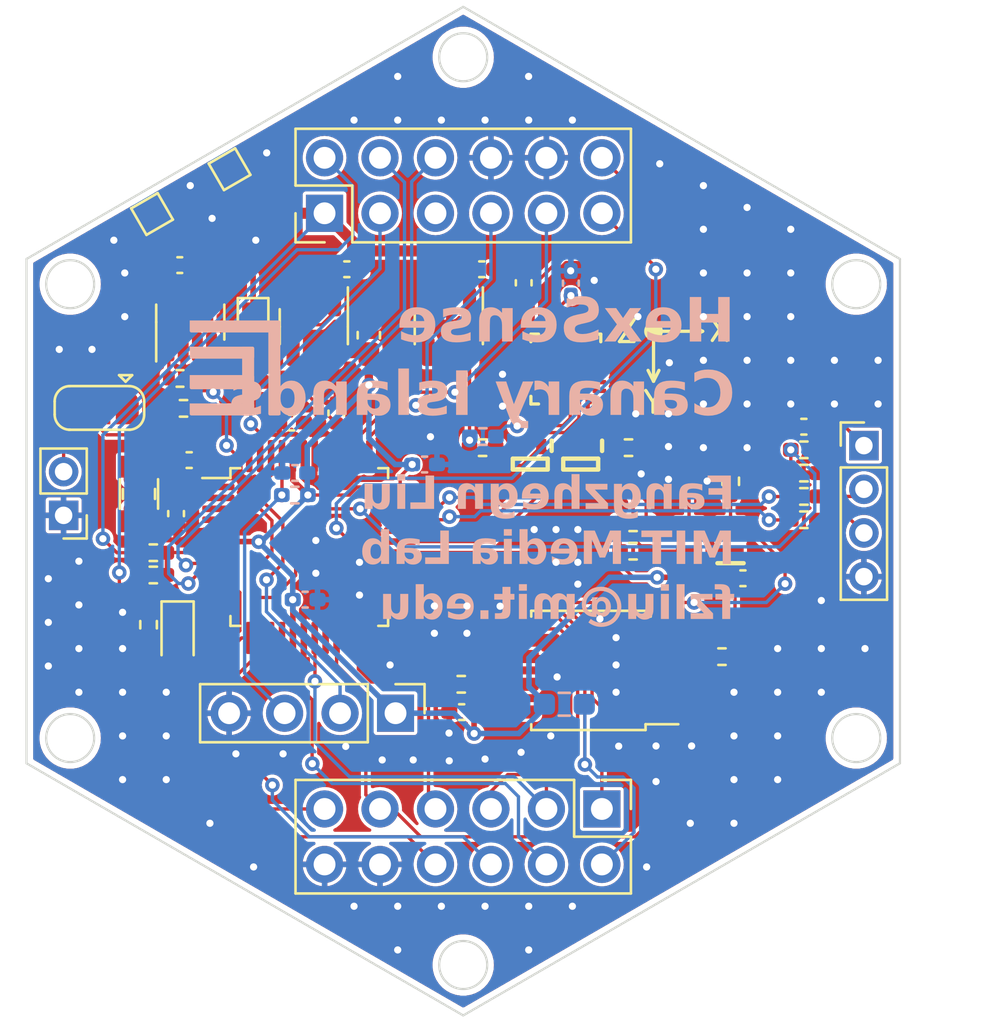
<source format=kicad_pcb>
(kicad_pcb (version 20241229) (generator "pcbnew") (generator_version "9.0")
  (layers (0 "F.Cu" signal) (2 "B.Cu" signal) (13 "F.Paste" user) (15 "B.Paste" user) (5 "F.SilkS" user "F.Silkscreen") (7 "B.SilkS" user "B.Silkscreen") (1 "F.Mask" user) (3 "B.Mask" user) (25 "Edge.Cuts" user))
  (net 0 "")
  (net 1 "GND")
  (net 2 "VCC")
  (net 3 "+5V")
  (net 4 "/VBAT")
  (net 5 "/SDA")
  (net 6 "/SCL")
  (net 7 "/A1")
  (net 8 "/MOSI")
  (net 9 "/D11")
  (net 10 "/MISO")
  (net 11 "/D6")
  (net 12 "/SCK")
  (net 13 "/D2")
  (net 14 "/RXD")
  (net 15 "/SWDCLK")
  (net 16 "/SWDIO")
  (net 17 "/~{RESET}")
  (net 18 "Net-(U2-PA00)")
  (net 19 "Net-(JP1-A)")
  (net 20 "/USB+")
  (net 21 "/USB-")
  (net 22 "/A5")
  (net 23 "Net-(U2-PA01)")
  (net 24 "Net-(U2-VDDCORE)")
  (net 25 "Net-(D1-K)")
  (net 26 "/D5")
  (net 27 "Net-(J5-Pin_2)")
  (net 28 "Net-(J6-Pin_2)")
  (net 29 "Net-(J6-Pin_3)")
  (net 30 "Net-(JP1-C)")
  (net 31 "/A2")
  (net 32 "Net-(U1-~{HOLD})")
  (net 33 "Net-(U1-~{WP})")
  (net 34 "/D7")
  (net 35 "/A0")
  (net 37 "/A3")
  (net 38 "/A4")
  (net 39 "/D13")
  (net 41 "/TXD")
  (net 42 "/D8")
  (net 43 "/D9")
  (net 44 "/D4")
  (net 45 "/D3")
  (net 46 "/D1")
  (net 47 "/D0")
  (net 49 "/D10")
  (net 50 "/D12")
  (net 52 "+1V8")
  (net 53 "/1V8_EN")
  (net 69 "Net-(U5-~{CS})")
  (net 70 "/SDA_1V8")
  (net 71 "/SCL_1V8")
  (net 72 "/RXLED")
  (net 73 "/MPPT_EN")
  (net 74 "Net-(U5-REGOUT)")
  (net 75 "/VBUS")
  (footprint "Capacitor_SMD:C_0402_1005Metric_Pad0.74x0.62mm_HandSolder" (layer "F.Cu") (at 165.76 96.238621 180)
    (property "Reference" "C7" (hide yes))
    (property "Value" "0.01uF")
  )
  (footprint "Resistor_SMD:R_0402_1005Metric_Pad0.72x0.64mm_HandSolder" (layer "F.Cu") (at 165.76 98.363621)
    (property "Reference" "R15" (hide yes))
    (property "Value" "499K")
  )
  (footprint "Resistor_SMD:R_0402_1005Metric_Pad0.72x0.64mm_HandSolder" (layer "F.Cu") (at 165.76 100.498621)
    (property "Reference" "R6" (hide yes))
    (property "Value" "27")
  )
  (footprint "Package_TO_SOT_SMD:TSOT-23-5" (layer "F.Cu") (at 143.3175 91.658621 -90)
    (property "Reference" "U4" (hide yes))
    (property "Value" "ADP160AUJZ-3.3-R7")
  )
  (footprint "Resistor_SMD:R_0402_1005Metric_Pad0.72x0.64mm_HandSolder" (layer "F.Cu") (at 135.9675 103.028621 180)
    (property "Reference" "R8" (hide yes))
    (property "Value" "499K")
  )
  (footprint "Connector_PinHeader_2.54mm:PinHeader_2x06_P2.54mm_Vertical" (layer "F.Cu") (at 143.81 86.465599 90)
    (property "Reference" "J1" (hide yes))
    (property "Value" "Conn_02x06_Odd_Even" (hide yes))
  )
  (footprint "Resistor_SMD:R_0402_1005Metric_Pad0.72x0.64mm_HandSolder" (layer "F.Cu") (at 165.76 97.296121 180)
    (property "Reference" "R14" (hide yes))
    (property "Value" "499K")
  )
  (footprint "Crystal:Crystal_SMD_3215-2Pin_3.2x1.5mm" (layer "F.Cu") (at 135.31 99.318621 -90)
    (property "Reference" "Y1" (hide yes))
    (property "Value" "32KHz")
  )
  (footprint "Package_TO_SOT_SMD:TSOT-23-5" (layer "F.Cu") (at 149.5 91.658621 -90)
    (property "Reference" "U6" (hide yes))
    (property "Value" "ADP160AUJZ-1.8")
  )
  (footprint "Capacitor_SMD:C_0603_1608Metric_Pad1.08x0.95mm_HandSolder" (layer "F.Cu") (at 145.8375 92.048621 -90)
    (property "Reference" "C9" (hide yes))
    (property "Value" "10uF")
  )
  (footprint "Resistor_SMD:R_0402_1005Metric_Pad0.72x0.64mm_HandSolder" (layer "F.Cu") (at 150.07 108.033621 180)
    (property "Reference" "R12" (hide yes))
    (property "Value" "10K")
  )
  (footprint "Capacitor_SMD:C_0402_1005Metric_Pad0.74x0.62mm_HandSolder" (layer "F.Cu") (at 162.97 103.178621)
    (property "Reference" "C1" (hide yes))
    (property "Value" "0.01uF")
  )
  (footprint "Capacitor_SMD:C_0402_1005Metric_Pad0.74x0.62mm_HandSolder" (layer "F.Cu") (at 137.01 100.218621 90)
    (property "Reference" "C4" (hide yes))
    (property "Value" "18pF")
  )
  (footprint "Package_TO_SOT_SMD:SOT-23-8" (layer "F.Cu") (at 137.66 91.448621 90)
    (property "Reference" "U3" (hide yes))
    (property "Value" "MAX6372")
  )
  (footprint "Connector_PinHeader_2.54mm:PinHeader_2x06_P2.54mm_Vertical" (layer "F.Cu") (at 156.51 113.743621 -90)
    (property "Reference" "J2" (hide yes))
    (property "Value" "Conn_02x06_Odd_Even")
  )
  (footprint "Resistor_SMD:R_0402_1005Metric" (layer "F.Cu") (at 137.19 94.028621)
    (property "Reference" "R4" (hide yes))
    (property "Value" "10K")
  )
  (footprint "Resistor_SMD:R_0402_1005Metric_Pad0.72x0.64mm_HandSolder" (layer "F.Cu") (at 157.94 100.638621 180)
    (property "Reference" "R1" (hide yes))
    (property "Value" "4.7K")
  )
  (footprint "TestPoint:TestPoint_Pad_1.0x1.0mm" (layer "F.Cu") (at 139.46 84.448621 30)
    (property "Reference" "TP3" (hide yes))
    (property "Value" "BAT_TP")
  )
  (footprint "Resistor_SMD:R_0805_2012Metric_Pad1.20x1.40mm_HandSolder" (layer "F.Cu") (at 135.31 99.318621 90)
    (property "Reference" "R19" (hide yes))
    (property "Value" "PH")
  )
  (footprint "Capacitor_SMD:C_0402_1005Metric" (layer "F.Cu") (at 144.35 95.608621 90)
    (property "Reference" "C13" (hide yes))
    (property "Value" "10pF")
  )
  (footprint "Package_QFP:TQFP-48_7x7mm_P0.5mm" (layer "F.Cu") (at 143.11 101.748621)
    (property "Reference" "U2" (hide yes))
    (property "Value" "ATSAMD21G18A-A")
  )
  (footprint "Capacitor_SMD:C_0402_1005Metric_Pad0.74x0.62mm_HandSolder" (layer "F.Cu") (at 152.93 89.648621 90)
    (property "Reference" "C11" (hide yes))
    (property "Value" "0.1uF")
  )
  (footprint "Resistor_SMD:R_0402_1005Metric_Pad0.72x0.64mm_HandSolder" (layer "F.Cu") (at 162.01 106.768621)
    (property "Reference" "R13" (hide yes))
    (property "Value" "10K")
  )
  (footprint "Capacitor_SMD:C_0402_1005Metric_Pad0.74x0.62mm_HandSolder" (layer "F.Cu") (at 150.09 109.308621 180)
    (property "Reference" "C3" (hide yes))
    (property "Value" "0.01uF")
  )
  (footprint "Resistor_SMD:R_0402_1005Metric_Pad0.72x0.64mm_HandSolder" (layer "F.Cu") (at 162.41 98.738621 -90)
    (property "Reference" "R3" (hide yes))
    (property "Value" "10K")
  )
  (footprint "Connector_PinHeader_2.54mm:PinHeader_1x04_P2.54mm_Vertical" (layer "F.Cu") (at 147.06 109.358621 -90)
    (property "Reference" "J4" (hide yes))
    (property "Value" "Conn_01x04_Pin")
  )
  (footprint "SamacSys_Parts:SOTFL50P160X60-3N" (layer "F.Cu") (at 153.23 97.950621 -90)
    (property "Reference" "Q2" (hide yes))
    (property "Value" "PJE8408_R1_00001" (hide yes))
  )
  (footprint "Resistor_SMD:R_0402_1005Metric_Pad0.72x0.64mm_HandSolder" (layer "F.Cu") (at 157.73 97.198621)
    (property "Reference" "R18" (hide yes))
    (property "Value" "10K")
  )
  (footprint "Sensor_Motion:InvenSense_QFN-24_3x3mm_P0.4mm" (layer "F.Cu") (at 154.86 93.598621 180)
    (property "Reference" "U5" (hide yes))
    (property "Value" "ICM-20948")
  )
  (footprint "Resistor_SMD:R_0402_1005Metric_Pad0.72x0.64mm_HandSolder" (layer "F.Cu") (at 135.75 105.306121 -90)
    (property "Reference" "R11" (hide yes))
    (property "Value" "330")
  )
  (footprint "Resistor_SMD:R_0402_1005Metric_Pad0.72x0.64mm_HandSolder" (layer "F.Cu") (at 157.94 101.938621 180)
    (property "Reference" "R2" (hide yes))
    (property "Value" "4.7K")
  )
  (footprint "SamacSys_Parts:SOT65P210X100-6N" (layer "F.Cu") (at 161.4525 101.288621 180)
    (property "Reference" "IC2" (hide yes))
    (property "Value" "LTC4311CSC6#TRPBF" (hide yes))
  )
  (footprint "Capacitor_SMD:C_0402_1005Metric_Pad0.74x0.62mm_HandSolder" (layer "F.Cu") (at 137.61 97.768621 180)
    (property "Reference" "C2" (hide yes))
    (property "Value" "18pF")
  )
  (footprint "Capacitor_SMD:C_0402_1005Metric" (layer "F.Cu") (at 137.18 88.838621)
    (property "Reference" "C10" (hide yes))
    (property "Value" "0.1uF")
  )
  (footprint "Jumper:SolderJumper-3_P1.3mm_Open_RoundedPad1.0x1.5mm" (layer "F.Cu") (at 133.5 95.378621 180)
    (property "Reference" "JP1" (hide yes))
    (property "Value" "RST Jumper")
  )
  (footprint "TestPoint:TestPoint_Pad_1.0x1.0mm" (layer "F.Cu") (at 135.91 86.498621 30)
    (property "Reference" "TP2" (hide yes))
    (property "Value" "BAT_TP")
  )
  (footprint "SamacSys_Parts:SOTFL50P160X60-3N" (layer "F.Cu") (at 155.54 97.950621 -90)
    (property "Reference" "Q1" (hide yes))
    (property "Value" "PJE8408_R1_00001" (hide yes))
  )
  (footprint "Resistor_SMD:R_0402_1005Metric_Pad0.72x0.64mm_HandSolder" (layer "F.Cu") (at 137.35 95.398621)
    (property "Reference" "R9" (hide yes))
    (property "Value" "330")
  )
  (footprint "Connector_PinHeader_2.00mm:PinHeader_1x04_P2.00mm_Vertical" (layer "F.Cu") (at 168.51 97.10461)
    (property "Reference" "J6" (hide yes))
    (property "Value" "Conn_01x04_Pin")
  )
  (footprint "Capacitor_SMD:C_0402_1005Metric_Pad0.74x0.62mm_HandSolder" (layer "F.Cu") (at 144.83 89.028621)
    (property "Reference" "C8" (hide yes))
    (property "Value" "0.1uF")
  )
  (footprint "Resistor_SMD:R_0402_1005Metric_Pad0.72x0.64mm_HandSolder" (layer "F.Cu") (at 165.76 99.431121)
    (property "Reference" "R5" (hide yes))
    (property "Value" "27")
  )
  (footprint "TestPoint:TestPoint_Pad_1.0x1.0mm" (layer "F.Cu") (at 140.5375 91.048621)
    (property "Reference" "TP1" (hide yes))
    (property "Value" "BAT_TP")
  )
  (footprint "Resistor_SMD:R_0402_1005Metric_Pad0.72x0.64mm_HandSolder" (layer "F.Cu") (at 151.0475 97.198621 180)
    (property "Reference" "R17" (hide yes))
    (property "Value" "10K")
  )
  (footprint "Package_SO:SSOP-8_5.25x5.24mm_P1.27mm" (layer "F.Cu") (at 156.01 107.398621 180)
    (property "Reference" "U1" (hide yes))
    (property "Value" "MB85RS2MTAPNF-G-BDERE1")
  )
  (footprint "Resistor_SMD:R_0402_1005Metric_Pad0.72x0.64mm_HandSolder" (layer "F.Cu") (at 135.9675 102.008621)
    (property "Reference" "R7" (hide yes))
    (property "Value" "499K")
  )
  (footprint "Capacitor_SMD:C_0402_1005Metric_Pad0.74x0.62mm_HandSolder" (layer "F.Cu") (at 142.3 96.048621)
    (property "Reference" "C12" (hide yes))
    (property "Value" "1uF")
  )
  (footprint "LED_SMD:LED_0603_1608Metric_Pad1.05x0.95mm_HandSolder" (layer "F.Cu") (at 137.08 105.901121 -90)
    (property "Reference" "D1" (hide yes))
    (property "Value" "RED")
  )
  (footprint "Capacitor_SMD:C_0402_1005Metric_Pad0.74x0.62mm_HandSolder" (layer "F.Cu") (at 151.01 89.028621)
    (property "Reference" "C14" (hide yes))
    (property "Value" "0.1uF")
  )
  (footprint "Connector_PinHeader_2.00mm:PinHeader_1x02_P2.00mm_Vertical" (layer "F.Cu") (at 131.86 100.298621 180)
    (property "Reference" "J5" (hide yes))
    (property "Value" "RESET")
  )
  (footprint "Capacitor_SMD:C_0402_1005Metric_Pad0.74x0.62mm_HandSolder" (layer "B.Cu") (at 142.92 104.158621 180)
    (property "Reference" "C6" (hide yes))
    (property "Value" "0.1uF")
  )
  (footprint "Capacitor_SMD:C_0402_1005Metric_Pad0.74x0.62mm_HandSolder" (layer "B.Cu") (at 148.39 97.968621 180)
    (property "Reference" "C5" (hide yes))
    (property "Value" "1uF")
  )
  (footprint "Resistor_SMD:R_0402_1005Metric_Pad0.72x0.64mm_HandSolder" (layer "B.Cu") (at 151.06 96.688621 180)
    (property "Reference" "R21" (hide yes))
    (property "Value" "10K")
  )
  (footprint "Capacitor_SMD:C_0402_1005Metric_Pad0.74x0.62mm_HandSolder" (layer "B.Cu") (at 155.09 89.668621 90)
    (property "Reference" "C16" (hide yes))
    (property "Value" "0.1uF")
  )
  (footprint "Resistor_SMD:R_0402_1005Metric_Pad0.72x0.64mm_HandSolder" (layer "B.Cu") (at 142.45 99.368621)
    (property "Reference" "R10" (hide yes))
    (property "Value" "10k")
  )
  (footprint "Capacitor_SMD:C_0402_1005Metric_Pad0.74x0.62mm_HandSolder" (layer "B.Cu") (at 142.45 98.358621)
    (property "Reference" "C15" (hide yes))
    (property "Value" "0.1uF")
  )
  (footprint "Resistor_SMD:R_0603_1608Metric_Pad0.98x0.95mm_HandSolder" (layer "B.Cu") (at 154.7875 108.948621)
    (property "Reference" "R20" (hide yes))
    (property "Value" "10K")
  )
  (gr_line (start 158.875 94.158621) (end 159.125 93.658621) (stroke (width 0.15)) (layer "F.SilkS"))
  (gr_line (start 161.125 91.868621) (end 160.625 92.118621) (stroke (width 0.15)) (layer "F.SilkS"))
  (gr_circle (center 158.875 91.868621) (end 159.228553 91.868621) (stroke (width 0.15)) (fill yes) (layer "F.SilkS"))
  (gr_line (start 158.875 91.868621) (end 158.875 94.158621) (stroke (width 0.15)) (layer "F.SilkS"))
  (gr_line (start 158.875 91.868621) (end 161.125 91.868621) (stroke (width 0.15)) (layer "F.SilkS"))
  (gr_line (start 158.875 94.158621) (end 158.625 93.658621) (stroke (width 0.15)) (layer "F.SilkS"))
  (gr_line (start 161.125 91.868621) (end 160.625 91.618621) (stroke (width 0.15)) (layer "F.SilkS"))
  (gr_rect (start 141.31 91.848621) (end 141.71 95.648621) (stroke (width 0.15)) (fill yes) (layer "B.SilkS"))
  (gr_rect (start 137.71 91.448621) (end 141.71 91.848621) (stroke (width 0.15)) (fill yes) (layer "B.SilkS"))
  (gr_rect (start 140.11 92.648621) (end 140.51 95.648621) (stroke (width 0.15)) (fill yes) (layer "B.SilkS"))
  (gr_rect (start 137.71 95.248621) (end 140.51 95.648621) (stroke (width 0.15)) (fill yes) (layer "B.SilkS"))
  (gr_rect (start 137.71 92.648621) (end 140.51 93.048621) (stroke (width 0.15)) (fill yes) (layer "B.SilkS"))
  (gr_rect (start 137.71 93.948621) (end 140.51 94.448621) (stroke (width 0.15)) (fill yes) (layer "B.SilkS"))
  (gr_line (start 130.16 88.557605) (end 130.16 111.651615) (stroke (width 0.1)) (layer "Edge.Cuts"))
  (gr_circle (center 168.16 110.496915) (end 169.26 110.496915) (stroke (width 0.1)) (fill no) (layer "Edge.Cuts"))
  (gr_line (start 130.16 111.651615) (end 150.16 123.198621) (stroke (width 0.1)) (layer "Edge.Cuts"))
  (gr_circle (center 168.16 89.712305) (end 169.26 89.712305) (stroke (width 0.1)) (fill no) (layer "Edge.Cuts"))
  (gr_circle (center 132.16 89.712305) (end 133.26 89.712305) (stroke (width 0.1)) (fill no) (layer "Edge.Cuts"))
  (gr_line (start 150.16 77.010599) (end 130.16 88.557605) (stroke (width 0.1)) (layer "Edge.Cuts"))
  (gr_line (start 170.16 88.557605) (end 150.16 77.010599) (stroke (width 0.1)) (layer "Edge.Cuts"))
  (gr_circle (center 150.16 79.32) (end 151.26 79.32) (stroke (width 0.1)) (fill no) (layer "Edge.Cuts"))
  (gr_circle (center 150.16 120.88922) (end 151.26 120.88922) (stroke (width 0.1)) (fill no) (layer "Edge.Cuts"))
  (gr_line (start 170.16 111.651615) (end 170.16 88.557605) (stroke (width 0.1)) (layer "Edge.Cuts"))
  (gr_line (start 150.16 123.198621) (end 170.16 111.651615) (stroke (width 0.1)) (layer "Edge.Cuts"))
  (gr_circle (center 132.16 110.496915) (end 133.26 110.496915) (stroke (width 0.1)) (fill no) (layer "Edge.Cuts"))
  (gr_text "Z" (at 157.075 92.468621 0) (layer "F.SilkS") (effects (font (size 1 1)) (justify left bottom)))
  (gr_text "Y" (at 158.325 95.708621 0) (layer "F.SilkS") (effects (font (size 1 1)) (justify left bottom)))
  (gr_text "X" (at 161.325 92.418621 0) (layer "F.SilkS") (effects (font (size 1 1)) (justify left bottom)))
  (gr_text "Fangzhegn Liu\nMIT Media Lab\nfzliu@mit.edu" (at 162.61 105.298621 0) (layer "B.SilkS") (effects (font (size 1.5 1.5) (thickness 0.3) (bold yes)) (justify left bottom mirror)))
  (gr_text "HexSense\nCanary Islands" (at 162.62 96.038621 0) (layer "B.SilkS") (effects (font (size 2 2) (thickness 0.5) (bold yes)) (justify left bottom mirror)))
  (segment (start 154.26 92.061121) (end 154.26 92.448621) (width 0.1524) (layer "F.Cu") (net 1))
  (segment (start 154.26 92.448621) (end 154.44 92.628621) (width 0.1524) (layer "F.Cu") (net 1))
  (segment (start 160.5025 101.288621) (end 162.4025 101.288621) (width 0.254) (layer "F.Cu") (net 1))
  (segment (start 155.06 92.488621) (end 154.92 92.628621) (width 0.1524) (layer "F.Cu") (net 1))
  (segment (start 154.44 92.628621) (end 154.92 92.628621) (width 0.1524) (layer "F.Cu") (net 1))
  (segment (start 155.06 92.061121) (end 155.06 92.488621) (width 0.1524) (layer "F.Cu") (net 1))
  (via (at 164.56 108.398621) (size 0.6604) (drill 0.3302) (layers "F.Cu" "B.Cu") (net 1))
  (via (at 146.45 111.498621) (size 0.6604) (drill 0.3302) (layers "F.Cu" "B.Cu") (net 1))
  (via (at 160.56 114.398621) (size 0.6604) (drill 0.3302) (layers "F.Cu" "B.Cu") (net 1))
  (via (at 164.56 110.398621) (size 0.6604) (drill 0.3302) (layers "F.Cu" "B.Cu") (net 1))
  (via (at 146.81 107.148621) (size 0.6604) (drill 0.3302) (layers "F.Cu" "B.Cu") (net 1))
  (via (at 159.56 98.648621) (size 0.6604) (drill 0.3302) (layers "F.Cu" "B.Cu") (net 1))
  (via (at 147.87 111.498621) (size 0.6604) (drill 0.3302) (layers "F.Cu" "B.Cu") (net 1))
  (via (at 157.28 110.868621) (size 0.6604) (drill 0.3302) (layers "F.Cu" "B.Cu") (net 1))
  (via (at 158.99 110.858621) (size 0.6604) (drill 0.3302) (layers "F.Cu" "B.Cu") (net 1))
  (via (at 151.16 82.198621) (size 0.6604) (drill 0.3302) (layers "F.Cu" "B.Cu") (net 1))
  (via (at 151.16 111.458621) (size 0.6604) (drill 0.3302) (layers "F.Cu" "B.Cu") (net 1))
  (via (at 149.16 118.198621) (size 0.6604) (drill 0.3302) (layers "F.Cu" "B.Cu") (net 1))
  (via (at 145.41 102.448621) (size 0.6604) (drill 0.3302) (layers "F.Cu" "B.Cu") (net 1))
  (via (at 164.56 112.398621) (size 0.6604) (drill 0.3302) (layers "F.Cu" "B.Cu") (net 1))
  (via (at 138.66 86.698621) (size 0.6604) (drill 0.3302) (layers "F.Cu" "B.Cu") (net 1))
  (via (at 155.41 103.448621) (size 0.6604) (drill 0.3302) (layers "F.Cu" "B.Cu") (net 1))
  (via (at 154.41 100.948621) (size 0.6604) (drill 0.3302) (layers "F.Cu" "B.Cu") (net 1))
  (via (at 157.16 107.148621) (size 0.6604) (drill 0.3302) (layers "F.Cu" "B.Cu") (net 1))
  (via (at 159.56 95.648621) (size 0.6604) (drill 0.3302) (layers "F.Cu" "B.Cu") (net 1))
  (via (at 154.17 110.398621) (size 0.6604) (drill 0.3302) (layers "F.Cu" "B.Cu") (net 1))
  (via (at 138.56 114.398621) (size 0.6604) (drill 0.3302) (layers "F.Cu" "B.Cu") (net 1))
  (via (at 155.16 118.198621) (size 0.6604) (drill 0.3302) (layers "F.Cu" "B.Cu") (net 1))
  (via (at 163.16 86.198621) (size 0.6604) (drill 0.3302) (layers "F.Cu" "B.Cu") (net 1))
  (via (at 163.16 95.198621) (size 0.6604) (drill 0.3302) (layers "F.Cu" "B.Cu") (net 1))
  (via (at 159.6 93.308621) (size 0.6604) (drill 0.3302) (layers "F.Cu" "B.Cu") (net 1))
  (via (at 162.56 114.398621) (size 0.6604) (drill 0.3302) (layers "F.Cu" "B.Cu") (net 1))
  (via (at 134.66 89.198621) (size 0.6604) (drill 0.3302) (layers "F.Cu" "B.Cu") (net 1))
  (via (at 153.1543 80.19862) (size 0.6604) (drill 0.3302) (layers "F.Cu" "B.Cu") (net 1))
  (via (at 159.16 84.198621) (size 0.6604) (drill 0.3302) (layers "F.Cu" "B.Cu") (net 1))
  (via (at 162.56 110.398621) (size 0.6604) (drill 0.3302) (layers "F.Cu" "B.Cu") (net 1))
  (via (at 155.41 102.448621) (size 0.6604) (drill 0.3302) (layers "F.Cu" "B.Cu") (net 1))
  (via (at 166.56 108.398621) (size 0.6604) (drill 0.3302) (layers "F.Cu" "B.Cu") (net 1))
  (via (at 131.16 107.198621) (size 0.6604) (drill 0.3302) (layers "F.Cu" "B.Cu") (net 1))
  (via (at 150.33 104.448621) (size 0.6604) (drill 0.3302) (layers "F.Cu" "B.Cu") (net 1))
  (via (at 149.16 82.198621) (size 0.6604) (drill 0.3302) (layers "F.Cu" "B.Cu") (net 1))
  (via (at 161.16 85.198621) (size 0.6604) (drill 0.3302) (layers "F.Cu" "B.Cu") (net 1))
  (via (at 141.91 111.218621) (size 0.6604) (drill 0.3302) (layers "F.Cu" "B.Cu") (net 1))
  (via (at 166.56 104.198621) (size 0.6604) (drill 0.3302) (layers "F.Cu" "B.Cu") (net 1))
  (via (at 153.41 100.948621) (size 0.6604) (drill 0.3302) (layers "F.Cu" "B.Cu") (net 1))
  (via (at 134.56 110.398621) (size 0.6604) (drill 0.3302) (layers "F.Cu" "B.Cu") (net 1))
  (via (at 147.16 118.198621) (size 0.6604) (drill 0.3302) (layers "F.Cu" "B.Cu") (net 1))
  (via (at 158.31 98.398621) (size 0.6604) (drill 0.3302) (layers "F.Cu" "B.Cu") (net 1))
  (via (at 151.96 95.298621) (size 0.6604) (drill 0.3302) (layers "F.Cu" "B.Cu") (net 1))
  (via (at 134.66 91.198621) (size 0.6604) (drill 0.3302) (layers "F.Cu" "B.Cu") (net 1))
  (via (at 139.75 111.218621) (size 0.6604) (drill 0.3302) (layers "F.Cu" "B.Cu") (net 1))
  (via (at 134.56 106.398621) (size 0.6604) (drill 0.3302) (layers "F.Cu" "B.Cu") (net 1))
  (via (at 162.56 112.398621) (size 0.6604) (drill 0.3302) (layers "F.Cu" "B.Cu") (net 1))
  (via (at 132.56 104.398621) (size 0.6604) (drill 0.3302) (layers "F.Cu" "B.Cu") (net 1))
  (via (at 161.16 95.198621) (size 0.6604) (drill 0.3302) (layers "F.Cu" "B.Cu") (net 1))
  (via (at 165.16 95.198621) (size 0.6604) (drill 0.3302) (layers "F.Cu" "B.Cu") (net 1))
  (via (at 137.66 85.198621) (size 0.6604) (drill 0.3302) (layers "F.Cu" "B.Cu") (net 1))
  (via (at 147.16 80.198621) (size 0.6604) (drill 0.3302) (layers "F.Cu" "B.Cu") (net 1))
  (via (at 154.46 107.698621) (size 0.6604) (drill 0.3302) (layers "F.Cu" "B.Cu") (net 1))
  (via (at 134.56 104.738621) (size 0.6604) (drill 0.3302) (layers "F.Cu" "B.Cu") (net 1))
  (via (at 163.16 89.198621) (size 0.6604) (drill 0.3302) (layers "F.Cu" "B.Cu") (net 1))
  (via (at 145.41 103.948621) (size 0.6604) (drill 0.3302) (layers "F.Cu" "B.Cu") (net 1))
  (via (at 149.51 110.268621) (size 0.6604) (drill 0.3302) (layers "F.Cu" "B.Cu") (net 1))
  (via (at 151.96 93.838621) (size 0.6604) (drill 0.3302) (layers "F.Cu" "B.Cu") (net 1))
  (via (at 167.16 93.198621) (size 0.6604) (drill 0.3302) (layers "F.Cu" "B.Cu") (net 1))
  (via (at 158.56 116.398621) (size 0.6604) (drill 0.3302) (layers "F.Cu" "B.Cu") (net 1))
  (via (at 153.16 120.198621) (size 0.6604) (drill 0.3302) (layers "F.Cu" "B.Cu") (net 1))
  (via (at 136.56 108.398621) (size 0.6604) (drill 0.3302) (layers "F.Cu" "B.Cu") (net 1))
  (via (at 157.16 105.898621) (size 0.6604) (drill 0.3302) (layers "F.Cu" "B.Cu") (net 1))
  (via (at 161.16 93.198621) (size 0.6604) (drill 0.3302) (layers "F.Cu" "B.Cu") (net 1))
  (via (at 151.85 104.458621) (size 0.6604) (drill 0.3302) (layers "F.Cu" "B.Cu") (net 1))
  (via (at 158.06 95.648621) (size 0.6604) (drill 0.3302) (layers "F.Cu" "B.Cu") (net 1))
  (via (at 153.16 118.198621) (size 0.6604) (drill 0.3302) (layers "F.Cu" "B.Cu") (net 1))
  (via (at 164.56 106.398621) (size 0.6604) (drill 0.3302) (layers "F.Cu" "B.Cu") (net 1))
  (via (at 148.84 105.698621) (size 0.6604) (drill 0.3302) (layers "F.Cu" "B.Cu") (net 1))
  (via (at 136.56 112.398621) (size 0.6604) (drill 0.3302) (layers "F.Cu" "B.Cu") (net 1))
  (via (at 143.41 102.948621) (size 0.6604) (drill 0.3302) (layers "F.Cu" "B.Cu") (net 1))
  (via (at 147.16 120.198621) (size 0.6604) (drill 0.3302) (layers "F.Cu" "B.Cu") (net 1))
  (via (at 131.66 92.698621) (size 0.6604) (drill 0.3302) (layers "F.Cu" "B.Cu") (net 1))
  (via (at 148.66 96.698621) (size 0.6604) (drill 0.3302) (layers "F.Cu" "B.Cu") (net 1))
  (via (at 151.16 118.198621) (size 0.6604) (drill 0.3302) (layers "F.Cu" "B.Cu") (net 1))
  (via (at 154.41 102.448621) (size 0.6604) (drill 0.3302) (layers "F.Cu" "B.Cu") (net 1))
  (via (at 166.56 106.398621) (size 0.6604) (drill 0.3302) (layers "F.Cu" "B.Cu") (net 1))
  (via (at 131.16 105.198621) (size 0.6604) (drill 0.3302) (layers "F.Cu" "B.Cu") (net 1))
  (via (at 145.16 82.198621) (size 0.6604) (drill 0.3302) (layers "F.Cu" "B.Cu") (net 1))
  (via (at 157.16 108.398621) (size 0.6604) (drill 0.3302) (layers "F.Cu" "B.Cu") (net 1))
  (via (at 165.16 89.198621) (size 0.6604) (drill 0.3302) (layers "F.Cu" "B.Cu") (net 1))
  (via (at 145.16 118.198621) (size 0.6604) (drill 0.3302) (layers "F.Cu" "B.Cu") (net 1))
  (via (at 150.33 105.698621) (size 0.6604) (drill 0.3302) (layers "F.Cu" "B.Cu") (net 1))
  (via (at 136.56 110.398621) (size 0.6604) (drill 0.3302) (layers "F.Cu" "B.Cu") (net 1))
  (via (at 161.16 87.198621) (size 0.6604) (drill 0.3302) (layers "F.Cu" "B.Cu") (net 1))
  (via (at 163.16 91.198621) (size 0.6604) (drill 0.3302) (layers "F.Cu" "B.Cu") (net 1))
  (via (at 168.56 106.398621) (size 0.6604) (drill 0.3302) (layers "F.Cu" "B.Cu") (net 1))
  (via (at 134.16 87.698621) (size 0.6604) (drill 0.3302) (layers "F.Cu" "B.Cu") (net 1))
  (via (at 163.16 97.198621) (size 0.6604) (drill 0.3302) (layers "F.Cu" "B.Cu") (net 1))
  (via (at 143.41 101.448621) (size 0.6604) (drill 0.3302) (layers "F.Cu" "B.Cu") (net 1))
  (via (at 155.41 100.948621) (size 0.6604) (drill 0.3302) (layers "F.Cu" "B.Cu") (net 1))
  (via (at 159.56 97.148621) (size 0.6604) (drill 0.3302) (layers "F.Cu" "B.Cu") (net 1))
  (via (at 160.62 110.858621) (size 0.6604) (drill 0.3302) (layers "F.Cu" "B.Cu") (net 1))
  (via (at 131.16 103.198621) (size 0.6604) (drill 0.3302) (layers "F.Cu" "B.Cu") (net 1))
  (via (at 133.16 92.698621) (size 0.6604) (drill 0.3302) (layers "F.Cu" "B.Cu") (net 1))
  (via (at 158.99 112.488621) (size 0.6604) (drill 0.3302) (layers "F.Cu" "B.Cu") (net 1))
  (via (at 134.56 108.398621) (size 0.6604) (drill 0.3302) (layers "F.Cu" "B.Cu") (net 1))
  (via (at 165.16 87.198621) (size 0.6604) (drill 0.3302) (layers "F.Cu" "B.Cu") (net 1))
  (via (at 156.42 105.038621) (size 0.6604) (drill 0.3302) (layers "F.Cu" "B.Cu") (net 1))
  (via (at 161.16 89.198621) (size 0.6604) (drill 0.3302) (layers "F.Cu" "B.Cu") (net 1))
  (via (at 161.16 91.198621) (size 0.6604) (drill 0.3302) (layers "F.Cu" "B.Cu") (net 1))
  (via (at 165.16 91.198621) (size 0.6604) (drill 0.3302) (layers "F.Cu" "B.Cu") (net 1))
  (via (at 140.56 116.398621) (size 0.6604) (drill 0.3302) (layers "F.Cu" "B.Cu") (net 1))
  (via (at 162.56 108.398621) (size 0.6604) (drill 0.3302) (layers "F.Cu" "B.Cu") (net 1))
  (via (at 132.56 102.398621) (size 0.6604) (drill 0.3302) (layers "F.Cu" "B.Cu") (net 1))
  (via (at 153.16 82.198621) (size 0.6604) (drill 0.3302) (layers "F.Cu" "B.Cu") (net 1))
  (via (at 167.16 95.198621) (size 0.6604) (drill 0.3302) (layers "F.Cu" "B.Cu") (net 1))
  (via (at 165.16 93.198621) (size 0.6604) (drill 0.3302) (layers "F.Cu" "B.Cu") (net 1))
  (via (at 148.84 104.448621) (size 0.6604) (drill 0.3302) (layers "F.Cu" "B.Cu") (net 1))
  (via (at 155.16 82.198621) (size 0.6604) (drill 0.3302) (layers "F.Cu" "B.Cu") (net 1))
  (via (at 134.56 112.398621) (size 0.6604) (drill 0.3302) (layers "F.Cu" "B.Cu") (net 1))
  (via (at 163.16 93.198621) (size 0.6604) (drill 0.3302) (layers "F.Cu" "B.Cu") (net 1))
  (via (at 161.33 98.728621) (size 0.6604) (drill 0.3302) (layers "F.Cu" "B.Cu") (net 1))
  (via (at 155.08 89.098621) (size 0.6604) (drill 0.3302) (layers "F.Cu" "B.Cu") (net 1))
  (via (at 147.16 82.198621) (size 0.6604) (drill 0.3302) (layers "F.Cu" "B.Cu") (net 1))
  (via (at 158.16 91.198621) (size 0.6604) (drill 0.3302) (layers "F.Cu" "B.Cu") (net 1))
  (via (at 141.16 83.698621) (size 0.6604) (drill 0.3302) (layers "F.Cu" "B.Cu") (net 1))
  (via (at 132.56 106.398621) (size 0.6604) (drill 0.3302) (layers "F.Cu" "B.Cu") (net 1))
  (via (at 144.78 110.878621) (size 0.6604) (drill 0.3302) (layers "F.Cu" "B.Cu") (net 1))
  (via (at 156.16 89.538621) (size 0.6604) (drill 0.3302) (layers "F.Cu" "B.Cu") (net 1))
  (via (at 132.56 108.398621) (size 0.6604) (drill 0.3302) (layers "F.Cu" "B.Cu") (net 1))
  (via (at 169.16 93.198621) (size 0.6604) (drill 0.3302) (layers "F.Cu" "B.Cu") (net 1))
  (via (at 140.66 87.698621) (size 0.6604) (drill 0.3302) (layers "F.Cu" "B.Cu") (net 1))
  (via (at 149.52 111.538621) (size 0.6604) (drill 0.3302) (layers "F.Cu" "B.Cu") (net 1))
  (via (at 169.16 95.198621) (size 0.6604) (drill 0.3302) (layers "F.Cu" "B.Cu") (net 1))
  (via (at 152.81 111.148621) (size 0.6604) (drill 0.3302) (layers "F.Cu" "B.Cu") (net 1))
  (via (at 161.16 97.198621) (size 0.6604) (drill 0.3302) (layers "F.Cu" "B.Cu") (net 1))
  (segment (start 136.685 90.311121) (end 136.685 89.398621) (width 0.254) (layer "F.Cu") (net 2))
  (segment (start 144.3825 92.911121) (end 144.2675 92.796121) (width 0.381) (layer "F.Cu") (net 2))
  (segment (start 140.5375 89.356121) (end 139.19 88.008621) (width 0.254) (layer "F.Cu") (net 2))
  (segment (start 162.6075 103.383621) (end 162.4025 103.178621) (width 0.1524) (layer "F.Cu") (net 2))
  (segment (start 150.6575 109.308621) (end 150.6575 110.286121) (width 0.254) (layer "F.Cu") (net 2))
  (segment (start 136.685 89.398621) (end 136.685 88.853621) (width 0.254) (layer "F.Cu") (net 2))
  (segment (start 140.78 101.498621) (end 140.79 101.508621) (width 0.254) (layer "F.Cu") (net 2))
  (segment (start 141.51 93.798621) (end 143.265 93.798621) (width 0.254) (layer "F.Cu") (net 2))
  (segment (start 143.265 93.798621) (end 144.2675 92.796121) (width 0.254) (layer "F.Cu") (net 2))
  (segment (start 157.3425 101.938621) (end 157.3425 102.531121) (width 0.1524) (layer "F.Cu") (net 2))
  (segment (start 142.36 97.586121) (end 142.36 98.681121) (width 0.254) (layer "F.Cu") (net 2))
  (segment (start 145.8375 94.326121) (end 145.84 94.328621) (width 0.381) (layer "F.Cu") (net 2))
  (segment (start 142.36 104.166121) (end 142.3525 104.158621) (width 0.254) (layer "F.Cu") (net 2))
  (segment (start 157.9475 103.136121) (end 159.0125 103.136121) (width 0.1524) (layer "F.Cu") (net 2))
  (segment (start 159.0125 103.136121) (end 162.36 103.136121) (width 0.254) (layer "F.Cu") (net 2))
  (segment (start 137.985 90.311121) (end 137.985 89.723621) (width 0.1524) (layer "F.Cu") (net 2))
  (segment (start 149.4725 108.033621) (end 149.755 108.033621) (width 0.1524) (layer "F.Cu") (net 2))
  (segment (start 162.36 103.136121) (end 162.4025 103.178621) (width 0.254) (layer "F.Cu") (net 2))
  (segment (start 139.19 88.008621) (end 137.94 88.008621) (width 0.254) (layer "F.Cu") (net 2))
  (segment (start 140.5375 92.826121) (end 141.51 93.798621) (width 0.254) (layer "F.Cu") (net 2))
  (segment (start 162.4025 103.178621) (end 162.4025 101.938621) (width 0.254) (layer "F.Cu") (net 2))
  (segment (start 142.36 98.681121) (end 143.0475 99.368621) (width 0.254) (layer "F.Cu") (net 2))
  (segment (start 142.36 105.911121) (end 142.36 104.166121) (width 0.254) (layer "F.Cu") (net 2))
  (segment (start 143.0475 99.368621) (end 144.94 99.368621) (width 0.1524) (layer "F.Cu") (net 2))
  (segment (start 137.66 89.398621) (end 136.685 89.398621) (width 0.1524) (layer "F.Cu") (net 2))
  (segment (start 147.2725 98.518621) (end 147.8225 97.968621) (width 0.1524) (layer "F.Cu") (net 2))
  (segment (start 137.53 88.008621) (end 137.94 88.008621) (width 0.254) (layer "F.Cu") (net 2))
  (segment (start 138.635 90.311121) (end 137.985 90.311121) (width 0.1524) (layer "F.Cu") (net 2))
  (segment (start 147.2725 98.998621) (end 147.2725 98.518621) (width 0.1524) (layer "F.Cu") (net 2))
  (segment (start 150.6575 110.286121) (end 150.66 110.288621) (width 0.254) (layer "F.Cu") (net 2))
  (segment (start 157.3425 101.938621) (end 157.3425 100.638621) (width 0.1524) (layer "F.Cu") (net 2))
  (segment (start 138.9475 101.498621) (end 140.78 101.498621) (width 0.254) (layer "F.Cu") (net 2))
  (segment (start 157.3425 102.531121) (end 157.9475 103.136121) (width 0.1524) (layer "F.Cu") (net 2))
  (segment (start 149.755 108.033621) (end 150.6575 108.936121) (width 0.1524) (layer "F.Cu") (net 2))
  (segment (start 136.7 88.838621) (end 137.53 88.008621) (width 0.254) (layer "F.Cu") (net 2))
  (segment (start 140.5375 91.048621) (end 140.5375 89.356121) (width 0.254) (layer "F.Cu") (net 2))
  (segment (start 162.6075 106.768621) (end 162.6075 103.383621) (width 0.1524) (layer "F.Cu") (net 2))
  (segment (start 144.94 99.368621) (end 145.31 98.998621) (width 0.1524) (layer "F.Cu") (net 2))
  (segment (start 145.31 98.998621) (end 147.2725 98.998621) (width 0.1524) (layer "F.Cu") (net 2))
  (segment (start 152.3975 109.303621) (end 150.6625 109.303621) (width 0.254) (layer "F.Cu") (net 2))
  (segment (start 138.635 90.311121) (end 138.635 92.586121) (width 0.1524) (layer "F.Cu") (net 2))
  (segment (start 140.5375 91.048621) (end 140.5375 92.826121) (width 0.254) (layer "F.Cu") (net 2))
  (segment (start 136.685 88.853621) (end 136.7 88.838621) (width 0.254) (layer "F.Cu") (net 2))
  (segment (start 137.985 89.723621) (end 137.66 89.398621) (width 0.1524) (layer "F.Cu") (net 2))
  (segment (start 150.6625 109.303621) (end 150.6575 109.308621) (width 0.254) (layer "F.Cu") (net 2))
  (segment (start 150.6575 108.936121) (end 150.6575 109.308621) (width 0.1524) (layer "F.Cu") (net 2))
  (segment (start 145.8375 92.911121) (end 144.3825 92.911121) (width 0.381) (layer "F.Cu") (net 2))
  (segment (start 145.8375 92.911121) (end 145.8375 94.326121) (width 0.381) (layer "F.Cu") (net 2))
  (via (at 140.79 101.508621) (size 0.6604) (drill 0.3302) (layers "F.Cu" "B.Cu") (net 2))
  (via (at 145.84 94.328621) (size 0.6604) (drill 0.3302) (layers "F.Cu" "B.Cu") (net 2))
  (via (at 147.8225 97.968621) (size 0.6604) (drill 0.3302) (layers "F.Cu" "B.Cu") (net 2))
  (via (at 142.3525 104.158621) (size 0.6604) (drill 0.3302) (layers "F.Cu" "B.Cu") (net 2))
  (via (at 150.66 110.288621) (size 0.6604) (drill 0.3302) (layers "F.Cu" "B.Cu") (net 2))
  (via (at 159.04 103.138621) (size 0.6604) (drill 0.3302) (layers "F.Cu" "B.Cu") (net 2))
  (via (at 143.0475 99.368621) (size 0.6604) (drill 0.3302) (layers "F.Cu" "B.Cu") (net 2))
  (segment (start 142.3525 104.158621) (end 142.3525 103.071121) (width 0.254) (layer "B.Cu") (net 2))
  (segment (start 152.7075 110.288621) (end 154.0075 108.988621) (width 0.254) (layer "B.Cu") (net 2))
  (segment (start 140.79 101.508621) (end 140.9075 101.508621) (width 0.254) (layer "B.Cu") (net 2))
  (segment (start 153.17 108.151121) (end 154.0075 108.988621) (width 0.254) (layer "B.Cu") (net 2))
  (segment (start 143.0175 98.358621) (end 143.0175 99.338621) (width 0.254) (layer "B.Cu") (net 2))
  (segment (start 156.8625 103.136121) (end 153.17 106.828621) (width 0.254) (layer "B.Cu") (net 2))
  (segment (start 143.0175 97.151121) (end 145.84 94.328621) (width 0.254) (layer "B.Cu") (net 2))
  (segment (start 142.3525 104.158621) (end 142.3525 104.651121) (width 0.254) (layer "B.Cu") (net 2))
  (segment (start 143.0175 98.358621) (end 143.0175 97.151121) (width 0.254) (layer "B.Cu") (net 2))
  (segment (start 140.9075 101.508621) (end 143.0475 99.368621) (width 0.254) (layer "B.Cu") (net 2))
  (segment (start 143.0175 99.338621) (end 143.0475 99.368621) (width 0.254) (layer "B.Cu") (net 2))
  (segment (start 149.73 109.358621) (end 150.66 110.288621) (width 0.254) (layer "B.Cu") (net 2))
  (segment (start 145.84 96.768621) (end 147.04 97.968621) (width 0.254) (layer "B.Cu") (net 2))
  (segment (start 145.84 94.328621) (end 145.84 96.768621) (width 0.254) (layer "B.Cu") (net 2))
  (segment (start 159.0125 103.136121) (end 156.8625 103.136121) (width 0.254) (layer "B.Cu") (net 2))
  (segment (start 142.3525 104.651121) (end 147.06 109.358621) (width 0.254) (layer "B.Cu") (net 2))
  (segment (start 147.04 97.968621) (end 147.8225 97.968621) (width 0.254) (layer "B.Cu") (net 2))
  (segment (start 153.17 106.828621) (end 153.17 108.151121) (width 0.254) (layer "B.Cu") (net 2))
  (segment (start 147.06 109.358621) (end 149.73 109.358621) (width 0.254) (layer "B.Cu") (net 2))
  (segment (start 150.66 110.288621) (end 152.7075 110.288621) (width 0.254) (layer "B.Cu") (net 2))
  (segment (start 142.3525 103.071121) (end 140.79 101.508621) (width 0.254) (layer "B.Cu") (net 2))
  (segment (start 168.51 97.10461) (end 167.644011 96.238621) (width 0.1524) (layer "F.Cu") (net 3))
  (segment (start 167.644011 96.238621) (end 166.3275 96.238621) (width 0.1524) (layer "F.Cu") (net 3))
  (segment (start 166.3575 97.296121) (end 166.3575 96.268621) (width 0.1524) (layer "F.Cu") (net 3))
  (segment (start 166.3575 96.268621) (end 166.3275 96.238621) (width 0.1524) (layer "F.Cu") (net 3))
  (segment (start 142.75 91.568621) (end 143.69 91.568621) (width 0.1524) (layer "F.Cu") (net 4))
  (segment (start 150.4425 90.513621) (end 150.45 90.521121) (width 0.508) (layer "F.Cu") (net 4))
  (segment (start 143.81 86.465599) (end 141.476978 86.465599) (width 0.508) (layer "F.Cu") (net 4))
  (segment (start 141.476978 86.465599) (end 139.46 84.448621) (width 0.508) (layer "F.Cu") (net 4))
  (segment (start 143.69 91.568621) (end 144.2675 90.991121) (width 0.1524) (layer "F.Cu") (net 4))
  (segment (start 134.3 102.008621) (end 133.66 101.368621) (width 0.1524) (layer "F.Cu") (net 4))
  (segment (start 148.55 90.521121) (end 148.55 88.253621) (width 0.1524) (layer "F.Cu") (net 4))
  (segment (start 142.3675 90.521121) (end 142.3675 91.186121) (width 0.1524) (layer "F.Cu") (net 4))
  (segment (start 150.4425 89.028621) (end 149.6025 88.188621) (width 0.508) (layer "F.Cu") (net 4))
  (segment (start 148.55 88.253621) (end 148.485 88.188621) (width 0.1524) (layer "F.Cu") (net 4))
  (segment (start 144.2675 90.521121) (end 144.2675 89.033621) (width 0.508) (layer "F.Cu") (net 4))
  (segment (start 144.2675 90.991121) (end 144.2675 90.521121) (width 0.1524) (layer "F.Cu") (net 4))
  (segment (start 149.6025 88.188621) (end 148.485 88.188621) (width 0.508) (layer "F.Cu") (net 4))
  (segment (start 135.37 102.008621) (end 134.3 102.008621) (width 0.1524) (layer "F.Cu") (net 4))
  (segment (start 145.094021 87.74962) (end 143.81 86.465599) (width 0.508) (layer "F.Cu") (net 4))
  (segment (start 145.094021 88.188621) (end 145.094021 87.74962) (width 0.508) (layer "F.Cu") (net 4))
  (segment (start 144.2625 89.020142) (end 144.2625 89.028621) (width 0.508) (layer "F.Cu") (net 4))
  (segment (start 150.4425 89.028621) (end 150.4425 90.513621) (width 0.508) (layer "F.Cu") (net 4))
  (segment (start 144.2675 89.033621) (end 144.2625 89.028621) (width 0.508) (layer "F.Cu") (net 4))
  (segment (start 142.3675 91.186121) (end 142.75 91.568621) (width 0.1524) (layer "F.Cu") (net 4))
  (segment (start 148.485 88.188621) (end 145.094021 88.188621) (width 0.508) (layer "F.Cu") (net 4))
  (segment (start 145.094021 88.188621) (end 144.2625 89.020142) (width 0.508) (layer "F.Cu") (net 4))
  (via (at 133.66 101.368621) (size 0.6604) (drill 0.3302) (layers "F.Cu" "B.Cu") (net 4))
  (segment (start 134.29 95.985599) (end 143.81 86.465599) (width 0.1524) (layer "B.Cu") (net 4))
  (segment (start 133.66 101.368621) (end 133.66 96.615599) (width 0.1524) (layer "B.Cu") (net 4))
  (segment (start 133.66 96.615599) (end 134.29 95.985599) (width 0.1524) (layer "B.Cu") (net 4))
  (segment (start 147.2725 101.498621) (end 144.97 101.498621) (width 0.1524) (layer "F.Cu") (net 5))
  (segment (start 151.48 101.498621) (end 150.78 101.498621) (width 0.1524) (layer "F.Cu") (net 5))
  (segment (start 158.98 88.935599) (end 156.51 86.465599) (width 0.1524) (layer "F.Cu") (net 5))
  (segment (start 147.2725 101.498621) (end 150.78 101.498621) (width 0.1524) (layer "F.Cu") (net 5))
  (segment (start 158.98 89.028621) (end 158.98 88.935599) (width 0.1524) (layer "F.Cu") (net 5))
  (segment (start 157.405 99.003621) (end 157.94 99.538621) (width 0.1524) (layer "F.Cu") (net 5))
  (segment (start 158.5375 101.938621) (end 160.5025 101.938621) (width 0.1524) (layer "F.Cu") (net 5))
  (segment (start 157.19 98.788621) (end 157.405 99.003621) (width 0.1524) (layer "F.Cu") (net 5))
  (segment (start 154.19 98.788621) (end 151.48 101.498621) (width 0.1524) (layer "F.Cu") (net 5))
  (segment (start 155.54 98.788621) (end 154.19 98.788621) (width 0.1524) (layer "F.Cu") (net 5))
  (segment (start 155.54 98.788621) (end 157.19 98.788621) (width 0.1524) (layer "F.Cu") (net 5))
  (segment (start 157.94 99.538621) (end 157.94 101.341121) (width 0.1524) (layer "F.Cu") (net 5))
  (segment (start 157.94 101.341121) (end 158.5375 101.938621) (width 0.1524) (layer "F.Cu") (net 5))
  (segment (start 144.97 101.498621) (end 144.35 100.878621) (width 0.1524) (layer "F.Cu") (net 5))
  (via (at 144.35 100.878621) (size 0.6604) (drill 0.3302) (layers "F.Cu" "B.Cu") (net 5))
  (via (at 158.98 89.028621) (size 0.6604) (drill 0.3302) (layers "F.Cu" "B.Cu") (net 5))
  (segment (start 144.35 99.758621) (end 144.35 100.878621) (width 0.1524) (layer "B.Cu") (net 5))
  (segment (start 153.485 97.503621) (end 152.39 98.598621) (width 0.1524) (layer "B.Cu") (net 5))
  (segment (start 145.51 98.598621) (end 144.35 99.758621) (width 0.1524) (layer "B.Cu") (net 5))
  (segment (start 158.98 92.008621) (end 158.98 89.028621) (width 0.1524) (layer "B.Cu") (net 5))
  (segment (start 152.39 98.598621) (end 145.51 98.598621) (width 0.1524) (layer "B.Cu") (net 5))
  (segment (start 153.485 97.503621) (end 154.57 96.418621) (width 0.1524) (layer "B.Cu") (net 5))
  (segment (start 154.57 96.418621) (end 158.98 92.008621) (width 0.1524) (layer "B.Cu") (net 5))
  (segment (start 157.135 98.233621) (end 158.5375 99.636121) (width 0.1524) (layer "F.Cu") (net 6))
  (segment (start 153.7959 98.184721) (end 153.23 98.750621) (width 0.1524) (layer "F.Cu") (net 6))
  (segment (start 160.5025 100.638621) (end 158.5375 100.638621) (width 0.1524) (layer "F.Cu") (net 6))
  (segment (start 158.5375 100.638621) (end 158.5375 99.636121) (width 0.1524) (layer "F.Cu") (net 6))
  (segment (start 157.0861 98.184721) (end 153.7959 98.184721) (width 0.1524) (layer "F.Cu") (net 6))
  (segment (start 157.135 98.233621) (end 157.0861 98.184721) (width 0.1524) (layer "F.Cu") (net 6))
  (segment (start 147.2725 100.998621) (end 151.02 100.998621) (width 0.1524) (layer "F.Cu") (net 6))
  (segment (start 160.5025 100.638621) (end 160.5025 87.918099) (width 0.1524) (layer "F.Cu") (net 6))
  (segment (start 160.5025 87.918099) (end 156.51 83.925599) (width 0.1524) (layer "F.Cu") (net 6))
  (segment (start 151.02 100.998621) (end 153.23 98.788621) (width 0.1524) (layer "F.Cu") (net 6))
  (segment (start 136.575 101.998621) (end 136.565 102.008621) (width 0.1524) (layer "F.Cu") (net 7))
  (segment (start 138.9475 101.998621) (end 136.575 101.998621) (width 0.1524) (layer "F.Cu") (net 7))
  (segment (start 136.565 103.028621) (end 136.565 102.008621) (width 0.1524) (layer "F.Cu") (net 7))
  (segment (start 153.97 112.298621) (end 155.4 110.868621) (width 0.1524) (layer "F.Cu") (net 8))
  (segment (start 143.37 105.921121) (end 143.36 105.911121) (width 0.1524) (layer "F.Cu") (net 8))
  (segment (start 143.37 107.898621) (end 143.37 105.921121) (width 0.1524) (layer "F.Cu") (net 8))
  (segment (start 155.4 106.318621) (end 154.58 105.498621) (width 0.1524) (layer "F.Cu") (net 8))
  (segment (start 154.58 105.498621) (end 152.61 105.498621) (width 0.1524) (layer "F.Cu") (net 8))
  (segment (start 155.4 110.868621) (end 155.4 106.318621) (width 0.1524) (layer "F.Cu") (net 8))
  (segment (start 153.97 113.743621) (end 153.97 112.298621) (width 0.1524) (layer "F.Cu") (net 8))
  (via (at 143.37 107.898621) (size 0.6604) (drill 0.3302) (layers "F.Cu" "B.Cu") (net 8))
  (segment (start 152.495 112.268621) (end 153.97 113.743621) (width 0.1524) (layer "B.Cu") (net 8))
  (segment (start 143.37 107.898621) (end 143.37 110.688621) (width 0.1524) (layer "B.Cu") (net 8))
  (segment (start 144.95 112.268621) (end 152.495 112.268621) (width 0.1524) (layer "B.Cu") (net 8))
  (segment (start 143.37 110.688621) (end 144.95 112.268621) (width 0.1524) (layer "B.Cu") (net 8))
  (segment (start 160.645 108.033621) (end 159.6225 108.033621) (width 0.1524) (layer "F.Cu") (net 10))
  (segment (start 158.455 114.593621) (end 161.5 111.548621) (width 0.1524) (layer "F.Cu") (net 10))
  (segment (start 146.35 113.743621) (end 146.945 113.743621) (width 0.1524) (layer "F.Cu") (net 10))
  (segment (start 146.945 113.743621) (end 148.22 115.018621) (width 0.1524) (layer "F.Cu") (net 10))
  (segment (start 145.7 113.093621) (end 145.7 108.488621) (width 0.1524) (layer "F.Cu") (net 10))
  (segment (start 145.7 108.488621) (end 144.36 107.148621) (width 0.1524) (layer "F.Cu") (net 10))
  (segment (start 161.5 111.548621) (end 161.5 108.888621) (width 0.1524) (layer "F.Cu") (net 10))
  (segment (start 148.22 115.018621) (end 158.03 115.018621) (width 0.1524) (layer "F.Cu") (net 10))
  (segment (start 144.36 107.148621) (end 144.36 105.911121) (width 0.1524) (layer "F.Cu") (net 10))
  (segment (start 158.03 115.018621) (end 158.455 114.593621) (width 0.1524) (layer "F.Cu") (net 10))
  (segment (start 161.5 108.888621) (end 160.645 108.033621) (width 0.1524) (layer "F.Cu") (net 10))
  (segment (start 146.35 113.743621) (end 145.7 113.093621) (width 0.1524) (layer "F.Cu") (net 10))
  (segment (start 156.38 106.028621) (end 152.85 102.498621) (width 0.1524) (layer "F.Cu") (net 11))
  (segment (start 156.38 108.558621) (end 156.38 106.028621) (width 0.1524) (layer "F.Cu") (net 11))
  (segment (start 152.85 102.498621) (end 147.2725 102.498621) (width 0.1524) (layer "F.Cu") (net 11))
  (segment (start 157.125 109.303621) (end 156.38 108.558621) (width 0.1524) (layer "F.Cu") (net 11))
  (segment (start 159.41 109.303621) (end 157.125 109.303621) (width 0.1524) (layer "F.Cu") (net 11))
  (segment (start 152.61 106.763621) (end 154.435 106.763621) (width 0.1524) (layer "F.Cu") (net 12))
  (segment (start 153.686908 112.168621) (end 152.2 112.168621) (width 0.1524) (layer "F.Cu") (net 12))
  (segment (start 154.435 106.763621) (end 155.0858 107.414421) (width 0.1524) (layer "F.Cu") (net 12))
  (segment (start 146.03 104.668621) (end 144.2 104.668621) (width 0.1524) (layer "F.Cu") (net 12))
  (segment (start 148.125 106.763621) (end 146.03 104.668621) (width 0.1524) (layer "F.Cu") (net 12))
  (segment (start 155.0858 107.414421) (end 155.0858 110.769729) (width 0.1524) (layer "F.Cu") (net 12))
  (segment (start 144.2 104.668621) (end 143.86 105.008621) (width 0.1524) (layer "F.Cu") (net 12))
  (segment (start 143.86 105.008621) (end 143.86 105.911121) (width 0.1524) (layer "F.Cu") (net 12))
  (segment (start 155.0858 110.769729) (end 153.686908 112.168621) (width 0.1524) (layer "F.Cu") (net 12))
  (segment (start 152.2 112.168621) (end 151.43 112.938621) (width 0.1524) (layer "F.Cu") (net 12))
  (segment (start 152.3975 106.763621) (end 148.125 106.763621) (width 0.1524) (layer "F.Cu") (net 12))
  (segment (start 151.43 112.938621) (end 151.43 113.743621) (width 0.1524) (layer "F.Cu") (net 12))
  (segment (start 145.77 107.748621) (end 145.95 107.928621) (width 0.1524) (layer "F.Cu") (net 13))
  (segment (start 145.36 105.911121) (end 145.36 107.338621) (width 0.1524) (layer "F.Cu") (net 13))
  (segment (start 145.36 107.338621) (end 145.77 107.748621) (width 0.1524) (layer "F.Cu") (net 13))
  (segment (start 148.57 108.718621) (end 148.57 113.423621) (width 0.1524) (layer "F.Cu") (net 13))
  (segment (start 147.78 107.928621) (end 148.57 108.718621) (width 0.1524) (layer "F.Cu") (net 13))
  (segment (start 145.95 107.928621) (end 147.78 107.928621) (width 0.1524) (layer "F.Cu") (net 13))
  (segment (start 148.57 113.423621) (end 148.89 113.743621) (width 0.1524) (layer "F.Cu") (net 13))
  (segment (start 145.86 96.708621) (end 147.31 95.258621) (width 0.1524) (layer "F.Cu") (net 14))
  (segment (start 145.86 97.586121) (end 145.86 96.708621) (width 0.1524) (layer "F.Cu") (net 14))
  (segment (start 147.31 95.258621) (end 147.99 95.258621) (width 0.1524) (layer "F.Cu") (net 14))
  (via (at 147.99 95.258621) (size 0.6604) (drill 0.3302) (layers "F.Cu" "B.Cu") (net 14))
  (segment (start 151.43 86.465599) (end 151.43 88.458621) (width 0.1524) (layer "B.Cu") (net 14))
  (segment (start 151.43 89.478621) (end 151.43 88.458621) (width 0.1524) (layer "B.Cu") (net 14))
  (segment (start 148.505 94.743621) (end 148.505 92.403621) (width 0.1524) (layer "B.Cu") (net 14))
  (segment (start 148.505 92.403621) (end 151.43 89.478621) (width 0.1524) (layer "B.Cu") (net 14))
  (segment (start 147.99 95.258621) (end 148.505 94.743621) (width 0.1524) (layer "B.Cu") (net 14))
  (segment (start 141.86 97.586121) (end 141.86 99.361121) (width 0.1524) (layer "F.Cu") (net 15))
  (segment (start 141.86 99.361121) (end 141.8525 99.368621) (width 0.1524) (layer "F.Cu") (net 15))
  (via (at 141.8525 99.368621) (size 0.6604) (drill 0.3302) (layers "F.Cu" "B.Cu") (net 15))
  (segment (start 140.15 107.528621) (end 141.98 109.358621) (width 0.1524) (layer "B.Cu") (net 15))
  (segment (start 140.15 101.071121) (end 140.15 107.528621) (width 0.1524) (layer "B.Cu") (net 15))
  (segment (start 141.8525 99.368621) (end 140.15 101.071121) (width 0.1524) (layer "B.Cu") (net 15))
  (segment (start 141.23 98.588621) (end 141.07 98.748621) (width 0.1524) (layer "F.Cu") (net 16))
  (segment (start 141.07 98.748621) (end 141.07 99.748621) (width 0.1524) (layer "F.Cu") (net 16))
  (segment (start 141.9 100.578621) (end 141.9 102.498621) (width 0.1524) (layer "F.Cu") (net 16))
  (segment (start 141.9 102.498621) (end 141.15 103.248621) (width 0.1524) (layer "F.Cu") (net 16))
  (segment (start 141.07 99.748621) (end 141.9 100.578621) (width 0.1524) (layer "F.Cu") (net 16))
  (segment (start 141.36 97.586121) (end 141.36 98.458621) (width 0.1524) (layer "F.Cu") (net 16))
  (segment (start 141.36 98.458621) (end 141.23 98.588621) (width 0.1524) (layer "F.Cu") (net 16))
  (via (at 141.15 103.248621) (size 0.6604) (drill 0.3302) (layers "F.Cu" "B.Cu") (net 16))
  (segment (start 144.52 109.358621) (end 144.52 108.078621) (width 0.1524) (layer "B.Cu") (net 16))
  (segment (start 141.15 104.708621) (end 141.15 103.248621) (width 0.1524) (layer "B.Cu") (net 16))
  (segment (start 144.52 108.078621) (end 141.15 104.708621) (width 0.1524) (layer "B.Cu") (net 16))
  (segment (start 137.9475 95.398621) (end 139.63 95.398621) (width 0.1524) (layer "F.Cu") (net 17))
  (segment (start 142.99 94.728621) (end 144.35 96.088621) (width 0.1524) (layer "F.Cu") (net 17))
  (segment (start 144.36 96.098621) (end 144.35 96.088621) (width 0.1524) (layer "F.Cu") (net 17))
  (segment (start 140.3 94.728621) (end 142.99 94.728621) (width 0.1524) (layer "F.Cu") (net 17))
  (segment (start 144.36 97.586121) (end 144.36 96.098621) (width 0.1524) (layer "F.Cu") (net 17))
  (segment (start 139.63 95.398621) (end 140.3 94.728621) (width 0.1524) (layer "F.Cu") (net 17))
  (segment (start 136.7425 98.068621) (end 135.31 98.068621) (width 0.1524) (layer "F.Cu") (net 18))
  (segment (start 137.0425 97.768621) (end 136.7425 98.068621) (width 0.1524) (layer "F.Cu") (net 18))
  (segment (start 138.2725 98.998621) (end 137.0425 97.768621) (width 0.1524) (layer "F.Cu") (net 18))
  (segment (start 138.9475 98.998621) (end 138.2725 98.998621) (width 0.1524) (layer "F.Cu") (net 18))
  (segment (start 134.8 92.618621) (end 134.8 95.378621) (width 0.1524) (layer "F.Cu") (net 19))
  (segment (start 137.335 91.193621) (end 137.07 91.458621) (width 0.1524) (layer "F.Cu") (net 19))
  (segment (start 137.07 91.458621) (end 135.96 91.458621) (width 0.1524) (layer "F.Cu") (net 19))
  (segment (start 135.96 91.458621) (end 134.8 92.618621) (width 0.1524) (layer "F.Cu") (net 19))
  (segment (start 137.335 90.311121) (end 137.335 91.193621) (width 0.1524) (layer "F.Cu") (net 19))
  (segment (start 164.16 99.438621) (end 165.155 99.438621) (width 0.1524) (layer "F.Cu") (net 20))
  (segment (start 148.91 99.998621) (end 147.2725 99.998621) (width 0.1524) (layer "F.Cu") (net 20))
  (segment (start 165.155 99.438621) (end 165.1625 99.431121) (width 0.1524) (layer "F.Cu") (net 20))
  (segment (start 149.53 99.478621) (end 148.91 99.998621) (width 0.1524) (layer "F.Cu") (net 20))
  (via (at 149.53 99.478621) (size 0.6604) (drill 0.3302) (layers "F.Cu" "B.Cu") (net 20))
  (via (at 164.16 99.438621) (size 0.6604) (drill 0.3302) (layers "F.Cu" "B.Cu") (net 20))
  (segment (start 149.53 99.478621) (end 150.66 99.478621) (width 0.1524) (layer "B.Cu") (net 20))
  (segment (start 163.8 99.798621) (end 164.16 99.438621) (width 0.1524) (layer "B.Cu") (net 20))
  (segment (start 150.66 99.478621) (end 150.98 99.798621) (width 0.1524) (layer "B.Cu") (net 20))
  (segment (start 150.98 99.798621) (end 163.8 99.798621) (width 0.1524) (layer "B.Cu") (net 20))
  (segment (start 147.2725 100.498621) (end 149.39 100.498621) (width 0.1524) (layer "F.Cu") (net 21))
  (segment (start 164.16 100.508621) (end 165.1525 100.508621) (width 0.1524) (layer "F.Cu") (net 21))
  (segment (start 149.39 100.498621) (end 149.53 100.358621) (width 0.1524) (layer "F.Cu") (net 21))
  (segment (start 165.1525 100.508621) (end 165.1625 100.498621) (width 0.1524) (layer "F.Cu") (net 21))
  (via (at 164.16 100.508621) (size 0.6604) (drill 0.3302) (layers "F.Cu" "B.Cu") (net 21))
  (via (at 149.53 100.358621) (size 0.6604) (drill 0.3302) (layers "F.Cu" "B.Cu") (net 21))
  (segment (start 163.7421 100.090721) (end 150.9579 100.090721) (width 0.1524) (layer "B.Cu") (net 21))
  (segment (start 150.9579 100.090721) (end 150.69 100.358621) (width 0.1524) (layer "B.Cu") (net 21))
  (segment (start 164.16 100.508621) (end 163.7421 100.090721) (width 0.1524) (layer "B.Cu") (net 21))
  (segment (start 150.69 100.358621) (end 149.53 100.358621) (width 0.1524) (layer "B.Cu") (net 21))
  (segment (start 140.86 96.538621) (end 140.43 96.108621) (width 0.1524) (layer "F.Cu") (net 22))
  (segment (start 140.86 97.586121) (end 140.86 96.538621) (width 0.1524) (layer "F.Cu") (net 22))
  (via (at 140.43 96.108621) (size 0.6604) (drill 0.3302) (layers "F.Cu" "B.Cu") (net 22))
  (segment (start 146.35 86.465599) (end 146.35 88.188621) (width 0.1524) (layer "B.Cu") (net 22))
  (segment (start 140.43 96.108621) (end 140.43 94.928621) (width 0.1524) (layer "B.Cu") (net 22))
  (segment (start 140.43 94.928621) (end 146.35 89.008621) (width 0.1524) (layer "B.Cu") (net 22))
  (segment (start 146.35 89.008621) (end 146.35 88.188621) (width 0.1524) (layer "B.Cu") (net 22))
  (segment (start 137.01 99.651121) (end 136.2275 99.651121) (width 0.1524) (layer "F.Cu") (net 23))
  (segment (start 138.9475 99.498621) (end 137.1625 99.498621) (width 0.1524) (layer "F.Cu") (net 23))
  (segment (start 137.1625 99.498621) (end 137.01 99.651121) (width 0.1524) (layer "F.Cu") (net 23))
  (segment (start 136.2275 99.651121) (end 135.31 100.568621) (width 0.1524) (layer "F.Cu") (net 23))
  (segment (start 142.86 97.586121) (end 142.86 96.056121) (width 0.1524) (layer "F.Cu") (net 24))
  (segment (start 142.86 96.056121) (end 142.8675 96.048621) (width 0.1524) (layer "F.Cu") (net 24))
  (segment (start 136.7625 104.708621) (end 137.08 105.026121) (width 0.1524) (layer "F.Cu") (net 25))
  (segment (start 135.75 104.708621) (end 136.7625 104.708621) (width 0.1524) (layer "F.Cu") (net 25))
  (segment (start 131.86 95.718621) (end 131.86 98.298621) (width 0.1524) (layer "F.Cu") (net 27))
  (segment (start 132.2 95.378621) (end 131.86 95.718621) (width 0.1524) (layer "F.Cu") (net 27))
  (segment (start 166.3575 99.431121) (end 168.183489 99.431121) (width 0.1524) (layer "F.Cu") (net 28))
  (segment (start 168.183489 99.431121) (end 168.51 99.10461) (width 0.1524) (layer "F.Cu") (net 28))
  (segment (start 166.3575 100.498621) (end 167.904011 100.498621) (width 0.1524) (layer "F.Cu") (net 29))
  (segment (start 167.904011 100.498621) (end 168.51 101.10461) (width 0.1524) (layer "F.Cu") (net 29))
  (segment (start 133.5 96.281021) (end 133.8276 96.608621) (width 0.1524) (layer "F.Cu") (net 30))
  (segment (start 133.5 95.378621) (end 133.5 96.281021) (width 0.1524) (layer "F.Cu") (net 30))
  (segment (start 135.5425 96.608621) (end 136.7525 95.398621) (width 0.1524) (layer "F.Cu") (net 30))
  (segment (start 133.8276 96.608621) (end 135.5425 96.608621) (width 0.1524) (layer "F.Cu") (net 30))
  (segment (start 138.9475 102.498621) (end 137.54 102.498621) (width 0.1524) (layer "F.Cu") (net 31))
  (segment (start 137.54 102.498621) (end 137.46 102.578621) (width 0.1524) (layer "F.Cu") (net 31))
  (via (at 137.46 102.578621) (size 0.6604) (drill 0.3302) (layers "F.Cu" "B.Cu") (net 31))
  (segment (start 147.8 85.015599) (end 148.89 83.925599) (width 0.1524) (layer "B.Cu") (net 31))
  (segment (start 137.46 102.578621) (end 137.1 102.218621) (width 0.1524) (layer "B.Cu") (net 31))
  (segment (start 137.1 102.218621) (end 137.1 101.728621) (width 0.1524) (layer "B.Cu") (net 31))
  (segment (start 137.1 101.728621) (end 147.8 91.028621) (width 0.1524) (layer "B.Cu") (net 31))
  (segment (start 147.8 91.028621) (end 147.8 85.015599) (width 0.1524) (layer "B.Cu") (net 31))
  (segment (start 150.6675 108.033621) (end 152.3975 108.033621) (width 0.1524) (layer "F.Cu") (net 32))
  (segment (start 159.6225 106.763621) (end 161.4075 106.763621) (width 0.1524) (layer "F.Cu") (net 33))
  (segment (start 161.4075 106.763621) (end 161.4125 106.768621) (width 0.1524) (layer "F.Cu") (net 33))
  (segment (start 162.4025 100.638621) (end 163 100.638621) (width 0.1524) (layer "F.Cu") (net 34))
  (segment (start 160.73 104.288621) (end 155.09 104.288621) (width 0.1524) (layer "F.Cu") (net 34))
  (segment (start 163 100.638621) (end 163.97 101.608621) (width 0.1524) (layer "F.Cu") (net 34))
  (segment (start 147.2725 101.998621) (end 151.36 101.998621) (width 0.1524) (layer "F.Cu") (net 34))
  (segment (start 155.09 104.288621) (end 152.8 101.998621) (width 0.1524) (layer "F.Cu") (net 34))
  (segment (start 152.8 101.998621) (end 151.36 101.998621) (width 0.1524) (layer "F.Cu") (net 34))
  (segment (start 162.4025 99.343621) (end 162.41 99.336121) (width 0.1524) (layer "F.Cu") (net 34))
  (segment (start 164.9 102.538621) (end 164.9 103.428621) (width 0.1524) (layer "F.Cu") (net 34))
  (segment (start 162.4025 100.638621) (end 162.4025 99.343621) (width 0.1524) (layer "F.Cu") (net 34))
  (segment (start 163.97 101.608621) (end 164.9 102.538621) (width 0.1524) (layer "F.Cu") (net 34))
  (via (at 160.73 104.288621) (size 0.6604) (drill 0.3302) (layers "F.Cu" "B.Cu") (net 34))
  (via (at 164.9 103.428621) (size 0.6604) (drill 0.3302) (layers "F.Cu" "B.Cu") (net 34))
  (segment (start 164.04 104.288621) (end 160.73 104.288621) (width 0.1524) (layer "B.Cu") (net 34))
  (segment (start 164.9 103.428621) (end 164.04 104.288621) (width 0.1524) (layer "B.Cu") (net 34))
  (segment (start 140.47 102.938621) (end 140.47 103.678621) (width 0.1524) (layer "F.Cu") (net 35))
  (segment (start 143.24 99.998621) (end 145.44 99.998621) (width 0.1524) (layer "F.Cu") (net 35))
  (segment (start 142.485 103.043621) (end 142.485 100.753621) (width 0.1524) (layer "F.Cu") (net 35))
  (segment (start 141.47 104.058621) (end 142.485 103.043621) (width 0.1524) (layer "F.Cu") (net 35))
  (segment (start 140.47 103.678621) (end 140.85 104.058621) (width 0.1524) (layer "F.Cu") (net 35))
  (segment (start 140.85 104.058621) (end 141.47 104.058621) (width 0.1524) (layer "F.Cu") (net 35))
  (segment (start 142.485 100.753621) (end 143.24 99.998621) (width 0.1524) (layer "F.Cu") (net 35))
  (segment (start 141.4 102.008621) (end 140.47 102.938621) (width 0.1524) (layer "F.Cu") (net 35))
  (segment (start 140.86 99.998621) (end 141.4 100.538621) (width 0.1524) (layer "F.Cu") (net 35))
  (segment (start 141.4 100.538621) (end 141.4 102.008621) (width 0.1524) (layer "F.Cu") (net 35))
  (segment (start 138.9475 99.998621) (end 140.86 99.998621) (width 0.1524) (layer "F.Cu") (net 35))
  (segment (start 165.1625 98.365287) (end 165.1625 97.298621) (width 0.1524) (layer "F.Cu") (net 35))
  (via (at 145.44 99.998621) (size 0.6604) (drill 0.3302) (layers "F.Cu" "B.Cu") (net 35))
  (via (at 165.1625 97.296121) (size 0.6604) (drill 0.3302) (layers "F.Cu" "B.Cu") (net 35))
  (segment (start 166.26 100.118621) (end 166.26 98.393621) (width 0.1524) (layer "B.Cu") (net 35))
  (segment (start 164.64 101.738621) (end 166.26 100.118621) (width 0.1524) (layer "B.Cu") (net 35))
  (segment (start 147.18 101.738621) (end 164.64 101.738621) (width 0.1524) (layer "B.Cu") (net 35))
  (segment (start 166.26 98.393621) (end 165.1625 97.296121) (width 0.1524) (layer "B.Cu") (net 35))
  (segment (start 145.44 99.998621) (end 147.18 101.738621) (width 0.1524) (layer "B.Cu") (net 35))
  (segment (start 137.99 102.998621) (end 137.57 103.418621) (width 0.1524) (layer "F.Cu") (net 37))
  (segment (start 138.9475 102.998621) (end 137.99 102.998621) (width 0.1524) (layer "F.Cu") (net 37))
  (via (at 137.57 103.418621) (size 0.6604) (drill 0.3302) (layers "F.Cu" "B.Cu") (net 37))
  (segment (start 146.35 83.925599) (end 147.47 85.045599) (width 0.1524) (layer "B.Cu") (net 37))
  (segment (start 147.47 90.928621) (end 136.67 101.728621) (width 0.1524) (layer "B.Cu") (net 37))
  (segment (start 136.67 102.968621) (end 137.12 103.418621) (width 0.1524) (layer "B.Cu") (net 37))
  (segment (start 147.47 85.045599) (end 147.47 90.928621) (width 0.1524) (layer "B.Cu") (net 37))
  (segment (start 137.12 103.418621) (end 137.57 103.418621) (width 0.1524) (layer "B.Cu") (net 37))
  (segment (start 136.67 101.728621) (end 136.67 102.968621) (width 0.1524) (layer "B.Cu") (net 37))
  (segment (start 137.36 111.428621) (end 137.36 108.148621) (width 0.1524) (layer "F.Cu") (net 38))
  (segment (start 140.95 115.018621) (end 137.36 111.428621) (width 0.1524) (layer "F.Cu") (net 38))
  (segment (start 147.625 115.018621) (end 140.95 115.018621) (width 0.1524) (layer "F.Cu") (net 38))
  (segment (start 148.89 116.283621) (end 147.625 115.018621) (width 0.1524) (layer "F.Cu") (net 38))
  (segment (start 139.93 103.832226) (end 139.596395 103.498621) (width 0.1524) (layer "F.Cu") (net 38))
  (segment (start 139.93 105.578621) (end 139.93 103.832226) (width 0.1524) (layer "F.Cu") (net 38))
  (segment (start 139.596395 103.498621) (end 138.9475 103.498621) (width 0.1524) (layer "F.Cu") (net 38))
  (segment (start 137.36 108.148621) (end 139.93 105.578621) (width 0.1524) (layer "F.Cu") (net 38))
  (segment (start 147.41 94.658621) (end 149.78 94.658621) (width 0.1524) (layer "F.Cu") (net 41))
  (segment (start 145.36 96.708621) (end 147.41 94.658621) (width 0.1524) (layer "F.Cu") (net 41))
  (segment (start 145.36 97.586121) (end 145.36 96.708621) (width 0.1524) (layer "F.Cu") (net 41))
  (via (at 149.78 94.658621) (size 0.6604) (drill 0.3302) (layers "F.Cu" "B.Cu") (net 41))
  (segment (start 153.97 90.468621) (end 153.97 86.465599) (width 0.1524) (layer "B.Cu") (net 41))
  (segment (start 149.78 94.658621) (end 153.97 90.468621) (width 0.1524) (layer "B.Cu") (net 41))
  (segment (start 138.9475 103.998621) (end 135 103.998621) (width 0.1524) (layer "F.Cu") (net 42))
  (segment (start 135 103.998621) (end 134.41 103.408621) (width 0.1524) (layer "F.Cu") (net 42))
  (segment (start 134.41 103.408621) (end 134.41 102.918621) (width 0.1524) (layer "F.Cu") (net 42))
  (via (at 134.41 102.918621) (size 0.6604) (drill 0.3302) (layers "F.Cu" "B.Cu") (net 42))
  (segment (start 136.65 94.038621) (end 142.555 88.133621) (width 0.1524) (layer "B.Cu") (net 42))
  (segment (start 145.1 85.215599) (end 145.1 87.488621) (width 0.1524) (layer "B.Cu") (net 42))
  (segment (start 144.455 88.133621) (end 142.555 88.133621) (width 0.1524) (layer "B.Cu") (net 42))
  (segment (start 143.81 83.925599) (end 145.1 85.215599) (width 0.1524) (layer "B.Cu") (net 42))
  (segment (start 134.41 96.278621) (end 136.65 94.038621) (width 0.1524) (layer "B.Cu") (net 42))
  (segment (start 145.1 87.488621) (end 144.455 88.133621) (width 0.1524) (layer "B.Cu") (net 42))
  (segment (start 134.41 102.918621) (end 134.41 96.278621) (width 0.1524) (layer "B.Cu") (net 42))
  (segment (start 138.9475 104.908621) (end 137.08 106.776121) (width 0.1524) (layer "F.Cu") (net 43))
  (segment (start 138.9475 104.498621) (end 138.9475 104.908621) (width 0.1524) (layer "F.Cu") (net 43))
  (segment (start 137.6521 111.140721) (end 140.255 113.743621) (width 0.1524) (layer "F.Cu") (net 44))
  (segment (start 140.255 113.743621) (end 143.81 113.743621) (width 0.1524) (layer "F.Cu") (net 44))
  (segment (start 140.36 105.911121) (end 140.010592 105.911121) (width 0.1524) (layer "F.Cu") (net 44))
  (segment (start 140.010592 105.911121) (end 137.6521 108.269613) (width 0.1524) (layer "F.Cu") (net 44))
  (segment (start 137.6521 108.269613) (end 137.6521 111.140721) (width 0.1524) (layer "F.Cu") (net 44))
  (segment (start 139.073092 112.148621) (end 137.9442 111.019729) (width 0.1524) (layer "F.Cu") (net 45))
  (segment (start 141.42 112.648621) (end 140.92 112.148621) (width 0.1524) (layer "F.Cu") (net 45))
  (segment (start 139.631395 107.788621) (end 140.86 106.560016) (width 0.1524) (layer "F.Cu") (net 45))
  (segment (start 140.92 112.148621) (end 139.073092 112.148621) (width 0.1524) (layer "F.Cu") (net 45))
  (segment (start 138.546184 107.788621) (end 139.631395 107.788621) (width 0.1524) (layer "F.Cu") (net 45))
  (segment (start 137.9442 111.019729) (end 137.9442 108.390605) (width 0.1524) (layer "F.Cu") (net 45))
  (segment (start 140.86 106.560016) (end 140.86 105.911121) (width 0.1524) (layer "F.Cu") (net 45))
  (segment (start 137.9442 108.390605) (end 138.546184 107.788621) (width 0.1524) (layer "F.Cu") (net 45))
  (via (at 141.42 112.648621) (size 0.6604) (drill 0.3302) (layers "F.Cu" "B.Cu") (net 45))
  (segment (start 141.42 113.338621) (end 143.1 115.018621) (width 0.1524) (layer "B.Cu") (net 45))
  (segment (start 143.1 115.018621) (end 150.165 115.018621) (width 0.1524) (layer "B.Cu") (net 45))
  (segment (start 150.165 115.018621) (end 151.43 116.283621) (width 0.1524) (layer "B.Cu") (net 45))
  (segment (start 141.42 112.648621) (end 141.42 113.338621) (width 0.1524) (layer "B.Cu") (net 45))
  (segment (start 143.24 110.108621) (end 143.24 111.658621) (width 0.1524) (layer "F.Cu") (net 46))
  (segment (start 141.36 106.858621) (end 142.95 108.448621) (width 0.1524) (layer "F.Cu") (net 46))
  (segment (start 143.24 111.658621) (end 143.25 111.668621) (width 0.1524) (layer "F.Cu") (net 46))
  (segment (start 141.36 105.911121) (end 141.36 106.858621) (width 0.1524) (layer "F.Cu") (net 46))
  (segment (start 142.95 108.448621) (end 143.24 108.738621) (width 0.1524) (layer "F.Cu") (net 46))
  (segment (start 143.24 108.738621) (end 143.24 110.108621) (width 0.1524) (layer "F.Cu") (net 46))
  (via (at 143.25 111.668621) (size 0.6604) (drill 0.3302) (layers "F.Cu" "B.Cu") (net 46))
  (segment (start 144.16 112.578621) (end 152.09 112.578621) (width 0.1524) (layer "B.Cu") (net 46))
  (segment (start 152.09 112.578621) (end 152.69 113.178621) (width 0.1524) (layer "B.Cu") (net 46))
  (segment (start 152.69 115.003621) (end 153.97 116.283621) (width 0.1524) (layer "B.Cu") (net 46))
  (segment (start 152.69 113.178621) (end 152.69 115.003621) (width 0.1524) (layer "B.Cu") (net 46))
  (segment (start 143.25 111.668621) (end 143.69 112.108621) (width 0.1524) (layer "B.Cu") (net 46))
  (segment (start 143.69 112.108621) (end 144.16 112.578621) (width 0.1524) (layer "B.Cu") (net 46))
  (segment (start 155.73 106.204805) (end 153.023816 103.498621) (width 0.1524) (layer "F.Cu") (net 49))
  (segment (start 155.73 111.708621) (end 155.73 106.204805) (width 0.1524) (layer "F.Cu") (net 49))
  (segment (start 153.023816 103.498621) (end 147.2725 103.498621) (width 0.1524) (layer "F.Cu") (net 49))
  (via (at 155.73 111.708621) (size 0.6604) (drill 0.3302) (layers "F.Cu" "B.Cu") (net 49))
  (segment (start 157.47 112.278621) (end 157.98 112.788621) (width 0.1524) (layer "B.Cu") (net 49))
  (segment (start 155.73 111.708621) (end 156.3 112.278621) (width 0.1524) (layer "B.Cu") (net 49))
  (segment (start 157.98 114.813621) (end 156.51 116.283621) (width 0.1524) (layer "B.Cu") (net 49))
  (segment (start 155.73 108.991121) (end 155.7325 108.988621) (width 0.1524) (layer "B.Cu") (net 49))
  (segment (start 156.3 112.278621) (end 157.47 112.278621) (width 0.1524) (layer "B.Cu") (net 49))
  (segment (start 155.73 111.708621) (end 155.73 108.991121) (width 0.1524) (layer "B.Cu") (net 49))
  (segment (start 157.98 112.788621) (end 157.98 114.813621) (width 0.1524) (layer "B.Cu") (net 49))
  (segment (start 156.51 113.743621) (end 156.51 109.108621) (width 0.1524) (layer "F.Cu") (net 50))
  (segment (start 152.936908 102.998621) (end 147.2725 102.998621) (width 0.1524) (layer "F.Cu") (net 50))
  (segment (start 156.06 106.121713) (end 156.06 108.658621) (width 0.1524) (layer "F.Cu") (net 50))
  (segment (start 155.708454 105.770167) (end 156.06 106.121713) (width 0.1524) (layer "F.Cu") (net 50))
  (segment (start 156.51 109.108621) (end 156.06 108.658621) (width 0.1524) (layer "F.Cu") (net 50))
  (segment (start 155.708454 105.770167) (end 152.936908 102.998621) (width 0.1524) (layer "F.Cu") (net 50))
  (segment (start 150.45 92.796121) (end 150.45 92.696121) (width 0.254) (layer "F.Cu") (net 52))
  (segment (start 154.328 97.748621) (end 155.442 97.748621) (width 0.1524) (layer "F.Cu") (net 52))
  (segment (start 157.08 89.258621) (end 156.24 88.418621) (width 0.1524) (layer "F.Cu") (net 52))
  (segment (start 151.26 98.008621) (end 152.872 98.008621) (width 0.1524) (layer "F.Cu") (net 52))
  (segment (start 153.36 92.598621) (end 153.36 90.646121) (width 0.1524) (layer "F.Cu") (net 52))
  (segment (start 155.46 91.518621) (end 156.53 90.448621) (width 0.1524) (layer "F.Cu") (net 52))
  (segment (start 150.45 97.198621) (end 151.26 98.008621) (width 0.1524) (layer "F.Cu") (net 52))
  (segment (start 156.24 88.418621) (end 154.7275 88.418621) (width 0.1524) (layer "F.Cu") (net 52))
  (segment (start 157.6675 97.858621) (end 158.3275 97.198621) (width 0.1524) (layer "F.Cu") (net 52))
  (segment (start 153.36 90.646121) (end 152.93 90.216121) (width 0.1524) (layer "F.Cu") (net 52))
  (segment (start 156.53 90.448621) (end 157.08 89.898621) (width 0.1524) (layer "F.Cu") (net 52))
  (segment (start 156.748 97.858621) (end 157.6675 97.858621) (width 0.1524) (layer "F.Cu") (net 52))
  (segment (start 150.45 96.858621) (end 150.45 92.796121) (width 0.1524) (layer "F.Cu") (net 52))
  (segment (start 155.46 92.061121) (end 155.46 91.518621) (width 0.1524) (layer "F.Cu") (net 52))
  (segment (start 152.872 98.008621) (end 153.73 97.150621) (width 0.1524) (layer "F.Cu") (net 52))
  (segment (start 150.45 92.696121) (end 152.93 90.216121) (width 0.254) (layer "F.Cu") (net 52))
  (segment (start 150.45 97.198621) (end 150.45 96.858621) (width 0.1524) (layer "F.Cu") (net 52))
  (segment (start 157.08 89.898621) (end 157.08 89.258621) (width 0.1524) (layer "F.Cu") (net 52))
  (segment (start 155.442 97.748621) (end 156.04 97.150621) (width 0.1524) (layer "F.Cu") (net 52))
  (segment (start 154.7275 88.418621) (end 152.93 90.216121) (width 0.1524) (layer "F.Cu") (net 52))
  (segment (start 153.73 97.150621) (end 154.328 97.748621) (width 0.1524) (layer "F.Cu") (net 52))
  (segment (start 156.04 97.150621) (end 156.748 97.858621) (width 0.1524) (layer "F.Cu") (net 52))
  (via (at 150.45 96.858621) (size 0.6604) (drill 0.3302) (layers "F.Cu" "B.Cu") (net 52))
  (segment (start 155.06 95.855529) (end 154.726908 96.188621) (width 0.1524) (layer "F.Cu") (net 69))
  (segment (start 152.65 96.188621) (end 152.63 96.208621) (width 0.1524) (layer "F.Cu") (net 69))
  (segment (start 155.06 95.136121) (end 155.06 95.855529) (width 0.1524) (layer "F.Cu") (net 69))
  (segment (start 154.726908 96.188621) (end 152.65 96.188621) (width 0.1524) (layer "F.Cu") (net 69))
  (via (at 152.63 96.208621) (size 0.6604) (drill 0.3302) (layers "F.Cu" "B.Cu") (net 69))
  (segment (start 152.1375 96.208621) (end 151.6575 96.688621) (width 0.1524) (layer "B.Cu") (net 69))
  (segment (start 152.63 96.208621) (end 152.1375 96.208621) (width 0.1524) (layer "B.Cu") (net 69))
  (segment (start 155.86 95.136121) (end 155.86 95.918621) (width 0.1524) (layer "F.Cu") (net 70))
  (segment (start 155.04 96.738621) (end 155.04 97.150621) (width 0.1524) (layer "F.Cu") (net 70))
  (segment (start 156.3775 95.136121) (end 155.86 95.136121) (width 0.1524) (layer "F.Cu") (net 70))
  (segment (start 155.86 95.918621) (end 155.04 96.738621) (width 0.1524) (layer "F.Cu") (net 70))
  (segment (start 157.1325 95.891121) (end 156.3775 95.136121) (width 0.1524) (layer "F.Cu") (net 70))
  (segment (start 157.1325 97.198621) (end 157.1325 95.891121) (width 0.1524) (layer "F.Cu") (net 70))
  (segment (start 153.334 96.508621) (end 154.82 96.508621) (width 0.1524) (layer "F.Cu") (net 71))
  (segment (start 152.73 97.112621) (end 153.334 96.508621) (width 0.1524) (layer "F.Cu") (net 71))
  (segment (start 155.46 95.868621) (end 154.82 96.508621) (width 0.1524) (layer "F.Cu") (net 71))
  (segment (start 152.644 97.198621) (end 152.73 97.112621) (width 0.1524) (layer "F.Cu") (net 71))
  (segment (start 155.46 95.098621) (end 155.46 95.868621) (width 0.1524) (layer "F.Cu") (net 71))
  (segment (start 151.645 97.198621) (end 152.644 97.198621) (width 0.1524) (layer "F.Cu") (net 71))
  (segment (start 136.68 94.028621) (end 137.24 94.588621) (width 0.1524) (layer "F.Cu") (net 72))
  (segment (start 137.24 94.588621) (end 138.65 94.588621) (width 0.1524) (layer "F.Cu") (net 72))
  (segment (start 139.8075 97.586121) (end 139.32 97.098621) (width 0.1524) (layer "F.Cu") (net 72))
  (segment (start 138.65 94.588621) (end 138.71 94.648621) (width 0.1524) (layer "F.Cu") (net 72))
  (segment (start 140.36 97.586121) (end 139.8075 97.586121) (width 0.1524) (layer "F.Cu") (net 72))
  (segment (start 136.68 92.591121) (end 136.685 92.586121) (width 0.1524) (layer "F.Cu") (net 72))
  (segment (start 136.68 94.028621) (end 136.68 92.591121) (width 0.1524) (layer "F.Cu") (net 72))
  (via (at 139.32 97.098621) (size 0.6604) (drill 0.3302) (layers "F.Cu" "B.Cu") (net 72))
  (via (at 138.71 94.648621) (size 0.6604) (drill 0.3302) (layers "F.Cu" "B.Cu") (net 72))
  (segment (start 139.32 97.098621) (end 139.32 95.258621) (width 0.1524) (layer "B.Cu") (net 72))
  (segment (start 139.32 95.258621) (end 138.71 94.648621) (width 0.1524) (layer "B.Cu") (net 72))
  (segment (start 154.66 90.666121) (end 155.09 90.236121) (width 0.1524) (layer "F.Cu") (net 74))
  (segment (start 154.66 92.098621) (end 154.66 90.666121) (width 0.1524) (layer "F.Cu") (net 74))
  (via (at 155.09 90.236121) (size 0.6604) (drill 0.3302) (layers "F.Cu" "B.Cu") (net 74))
  (zone (net 1) (net_name "GND") (layers "F.Cu" "B.Cu") (connect_pads (clearance 0.1524)) (min_thickness 0.1524) (fill yes (thermal_gap 0.1524) (thermal_bridge_width 0.254))
    (polygon (pts (xy 130.16 76.698621) (xy 170.16 76.698621) (xy 170.16 123.198621) (xy 130.16 123.198621)))
  )
)
</source>
